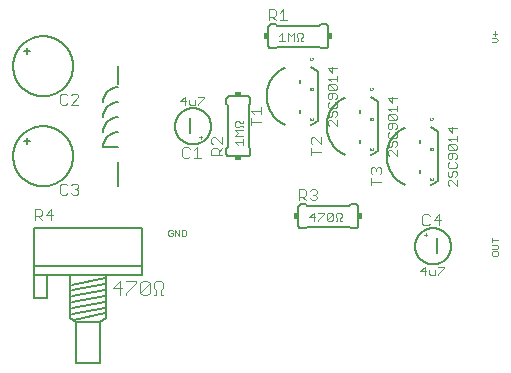
<source format=gto>
G75*
%MOIN*%
%OFA0B0*%
%FSLAX25Y25*%
%IPPOS*%
%LPD*%
%AMOC8*
5,1,8,0,0,1.08239X$1,22.5*
%
%ADD10C,0.00300*%
%ADD11C,0.00500*%
%ADD12R,0.00900X0.05400*%
%ADD13C,0.00600*%
%ADD14C,0.00200*%
%ADD15R,0.01500X0.02000*%
%ADD16C,0.00400*%
%ADD17R,0.02000X0.01500*%
%ADD18C,0.00800*%
%ADD19C,0.00100*%
D10*
X0031850Y0048987D02*
X0031850Y0052690D01*
X0033701Y0052690D01*
X0034318Y0052073D01*
X0034318Y0050839D01*
X0033701Y0050221D01*
X0031850Y0050221D01*
X0033084Y0050221D02*
X0034318Y0048987D01*
X0035533Y0050839D02*
X0038002Y0050839D01*
X0037384Y0052690D02*
X0037384Y0048987D01*
X0035533Y0050839D02*
X0037384Y0052690D01*
X0040967Y0057487D02*
X0042201Y0057487D01*
X0042818Y0058104D01*
X0044033Y0058104D02*
X0044650Y0057487D01*
X0045884Y0057487D01*
X0046502Y0058104D01*
X0046502Y0058721D01*
X0045884Y0059339D01*
X0045267Y0059339D01*
X0045884Y0059339D02*
X0046502Y0059956D01*
X0046502Y0060573D01*
X0045884Y0061190D01*
X0044650Y0061190D01*
X0044033Y0060573D01*
X0042818Y0060573D02*
X0042201Y0061190D01*
X0040967Y0061190D01*
X0040350Y0060573D01*
X0040350Y0058104D01*
X0040967Y0057487D01*
X0081166Y0070354D02*
X0081784Y0069737D01*
X0083018Y0069737D01*
X0083635Y0070354D01*
X0084850Y0069737D02*
X0087318Y0069737D01*
X0086084Y0069737D02*
X0086084Y0073440D01*
X0084850Y0072206D01*
X0083635Y0072823D02*
X0083018Y0073440D01*
X0081784Y0073440D01*
X0081166Y0072823D01*
X0081166Y0070354D01*
X0087200Y0076087D02*
X0087200Y0076587D01*
X0086700Y0076587D01*
X0087200Y0076587D02*
X0087200Y0077087D01*
X0087200Y0076587D02*
X0087700Y0076587D01*
X0098547Y0077034D02*
X0099515Y0078001D01*
X0098547Y0078969D01*
X0101450Y0078969D01*
X0098547Y0078969D01*
X0099515Y0078001D01*
X0098547Y0077034D01*
X0101450Y0077034D01*
X0098547Y0077034D01*
X0101450Y0076022D02*
X0101450Y0074087D01*
X0101450Y0076022D01*
X0101450Y0075054D02*
X0098547Y0075054D01*
X0099515Y0074087D01*
X0098547Y0075054D01*
X0101450Y0075054D01*
X0101450Y0079980D02*
X0101450Y0080464D01*
X0100482Y0080464D01*
X0099998Y0079980D01*
X0099031Y0079980D01*
X0098547Y0080464D01*
X0098547Y0081431D01*
X0099031Y0081915D01*
X0099998Y0081915D01*
X0100482Y0081431D01*
X0101450Y0081431D01*
X0101450Y0081915D01*
X0101450Y0081431D01*
X0100482Y0081431D01*
X0099998Y0081915D01*
X0099031Y0081915D01*
X0098547Y0081431D01*
X0098547Y0080464D01*
X0099031Y0079980D01*
X0099998Y0079980D01*
X0100482Y0080464D01*
X0101450Y0080464D01*
X0101450Y0079980D01*
X0088258Y0089656D02*
X0086323Y0087721D01*
X0086323Y0087237D01*
X0085311Y0087237D02*
X0085311Y0089172D01*
X0086323Y0090139D02*
X0088258Y0090139D01*
X0088258Y0089656D01*
X0085311Y0087237D02*
X0083860Y0087237D01*
X0083376Y0087721D01*
X0083376Y0089172D01*
X0082365Y0088688D02*
X0080430Y0088688D01*
X0081881Y0090139D01*
X0081881Y0087237D01*
X0046502Y0087487D02*
X0044033Y0087487D01*
X0046502Y0089956D01*
X0046502Y0090573D01*
X0045884Y0091190D01*
X0044650Y0091190D01*
X0044033Y0090573D01*
X0042818Y0090573D02*
X0042201Y0091190D01*
X0040967Y0091190D01*
X0040350Y0090573D01*
X0040350Y0088104D01*
X0040967Y0087487D01*
X0042201Y0087487D01*
X0042818Y0088104D01*
X0113450Y0108587D02*
X0115385Y0108587D01*
X0113450Y0108587D01*
X0114417Y0108587D02*
X0114417Y0111489D01*
X0113450Y0110522D01*
X0114417Y0111489D01*
X0114417Y0108587D01*
X0116396Y0108587D02*
X0116396Y0111489D01*
X0117364Y0110522D01*
X0118331Y0111489D01*
X0118331Y0108587D01*
X0118331Y0111489D01*
X0117364Y0110522D01*
X0116396Y0111489D01*
X0116396Y0108587D01*
X0119343Y0108587D02*
X0119826Y0108587D01*
X0119826Y0109554D01*
X0119343Y0110038D01*
X0119343Y0111006D01*
X0119826Y0111489D01*
X0120794Y0111489D01*
X0121278Y0111006D01*
X0121278Y0110038D01*
X0120794Y0109554D01*
X0120794Y0108587D01*
X0121278Y0108587D01*
X0120794Y0108587D01*
X0120794Y0109554D01*
X0121278Y0110038D01*
X0121278Y0111006D01*
X0120794Y0111489D01*
X0119826Y0111489D01*
X0119343Y0111006D01*
X0119343Y0110038D01*
X0119826Y0109554D01*
X0119826Y0108587D01*
X0119343Y0108587D01*
X0131098Y0100101D02*
X0131098Y0098166D01*
X0129647Y0099617D01*
X0132550Y0099617D01*
X0132550Y0097155D02*
X0132550Y0095220D01*
X0132550Y0096187D02*
X0129647Y0096187D01*
X0130615Y0095220D01*
X0130131Y0094208D02*
X0132066Y0092273D01*
X0132550Y0092757D01*
X0132550Y0093724D01*
X0132066Y0094208D01*
X0130131Y0094208D01*
X0129647Y0093724D01*
X0129647Y0092757D01*
X0130131Y0092273D01*
X0132066Y0092273D01*
X0132066Y0091262D02*
X0130131Y0091262D01*
X0129647Y0090778D01*
X0129647Y0089810D01*
X0130131Y0089327D01*
X0130615Y0089327D01*
X0131098Y0089810D01*
X0131098Y0091262D01*
X0132066Y0091262D02*
X0132550Y0090778D01*
X0132550Y0089810D01*
X0132066Y0089327D01*
X0132066Y0088315D02*
X0132550Y0087831D01*
X0132550Y0086864D01*
X0132066Y0086380D01*
X0130131Y0086380D01*
X0129647Y0086864D01*
X0129647Y0087831D01*
X0130131Y0088315D01*
X0130131Y0085369D02*
X0129647Y0084885D01*
X0129647Y0083917D01*
X0130131Y0083434D01*
X0130615Y0083434D01*
X0131098Y0083917D01*
X0131098Y0084885D01*
X0131582Y0085369D01*
X0132066Y0085369D01*
X0132550Y0084885D01*
X0132550Y0083917D01*
X0132066Y0083434D01*
X0132550Y0082422D02*
X0132550Y0080487D01*
X0130615Y0082422D01*
X0130131Y0082422D01*
X0129647Y0081938D01*
X0129647Y0080971D01*
X0130131Y0080487D01*
X0149647Y0080778D02*
X0149647Y0079810D01*
X0150131Y0079327D01*
X0150615Y0079327D01*
X0151098Y0079810D01*
X0151098Y0081262D01*
X0150131Y0081262D02*
X0149647Y0080778D01*
X0150131Y0081262D02*
X0152066Y0081262D01*
X0152550Y0080778D01*
X0152550Y0079810D01*
X0152066Y0079327D01*
X0152066Y0078315D02*
X0152550Y0077831D01*
X0152550Y0076864D01*
X0152066Y0076380D01*
X0150131Y0076380D01*
X0149647Y0076864D01*
X0149647Y0077831D01*
X0150131Y0078315D01*
X0150131Y0075369D02*
X0149647Y0074885D01*
X0149647Y0073917D01*
X0150131Y0073434D01*
X0150615Y0073434D01*
X0151098Y0073917D01*
X0151098Y0074885D01*
X0151582Y0075369D01*
X0152066Y0075369D01*
X0152550Y0074885D01*
X0152550Y0073917D01*
X0152066Y0073434D01*
X0152550Y0072422D02*
X0152550Y0070487D01*
X0150615Y0072422D01*
X0150131Y0072422D01*
X0149647Y0071938D01*
X0149647Y0070971D01*
X0150131Y0070487D01*
X0150131Y0082273D02*
X0149647Y0082757D01*
X0149647Y0083724D01*
X0150131Y0084208D01*
X0152066Y0082273D01*
X0152550Y0082757D01*
X0152550Y0083724D01*
X0152066Y0084208D01*
X0150131Y0084208D01*
X0150615Y0085220D02*
X0149647Y0086187D01*
X0152550Y0086187D01*
X0152550Y0085220D02*
X0152550Y0087155D01*
X0151098Y0088166D02*
X0151098Y0090101D01*
X0149647Y0089617D02*
X0151098Y0088166D01*
X0152550Y0089617D02*
X0149647Y0089617D01*
X0150131Y0082273D02*
X0152066Y0082273D01*
X0169647Y0079617D02*
X0171098Y0078166D01*
X0171098Y0080101D01*
X0169647Y0079617D02*
X0172550Y0079617D01*
X0172550Y0077155D02*
X0172550Y0075220D01*
X0172550Y0076187D02*
X0169647Y0076187D01*
X0170615Y0075220D01*
X0170131Y0074208D02*
X0172066Y0072273D01*
X0172550Y0072757D01*
X0172550Y0073724D01*
X0172066Y0074208D01*
X0170131Y0074208D01*
X0169647Y0073724D01*
X0169647Y0072757D01*
X0170131Y0072273D01*
X0172066Y0072273D01*
X0172066Y0071262D02*
X0170131Y0071262D01*
X0169647Y0070778D01*
X0169647Y0069810D01*
X0170131Y0069327D01*
X0170615Y0069327D01*
X0171098Y0069810D01*
X0171098Y0071262D01*
X0172066Y0071262D02*
X0172550Y0070778D01*
X0172550Y0069810D01*
X0172066Y0069327D01*
X0172066Y0068315D02*
X0172550Y0067831D01*
X0172550Y0066864D01*
X0172066Y0066380D01*
X0170131Y0066380D01*
X0169647Y0066864D01*
X0169647Y0067831D01*
X0170131Y0068315D01*
X0170131Y0065369D02*
X0169647Y0064885D01*
X0169647Y0063917D01*
X0170131Y0063434D01*
X0170615Y0063434D01*
X0171098Y0063917D01*
X0171098Y0064885D01*
X0171582Y0065369D01*
X0172066Y0065369D01*
X0172550Y0064885D01*
X0172550Y0063917D01*
X0172066Y0063434D01*
X0172550Y0062422D02*
X0172550Y0060487D01*
X0170615Y0062422D01*
X0170131Y0062422D01*
X0169647Y0061938D01*
X0169647Y0060971D01*
X0170131Y0060487D01*
X0166701Y0050940D02*
X0164850Y0049089D01*
X0167318Y0049089D01*
X0166701Y0050940D02*
X0166701Y0047237D01*
X0163635Y0047854D02*
X0163018Y0047237D01*
X0161784Y0047237D01*
X0161166Y0047854D01*
X0161166Y0050323D01*
X0161784Y0050940D01*
X0163018Y0050940D01*
X0163635Y0050323D01*
X0162200Y0044587D02*
X0162200Y0044087D01*
X0162700Y0044087D01*
X0162200Y0044087D02*
X0162200Y0043587D01*
X0162200Y0044087D02*
X0161700Y0044087D01*
X0161881Y0033439D02*
X0160430Y0031988D01*
X0162365Y0031988D01*
X0163376Y0032472D02*
X0163376Y0031021D01*
X0163860Y0030537D01*
X0165311Y0030537D01*
X0165311Y0032472D01*
X0166323Y0033439D02*
X0168258Y0033439D01*
X0168258Y0032956D01*
X0166323Y0031021D01*
X0166323Y0030537D01*
X0161881Y0030537D02*
X0161881Y0033439D01*
X0134224Y0048587D02*
X0133740Y0048587D01*
X0133740Y0049554D01*
X0134224Y0050038D01*
X0134224Y0051006D01*
X0133740Y0051489D01*
X0132773Y0051489D01*
X0132289Y0051006D01*
X0132289Y0050038D01*
X0132773Y0049554D01*
X0132773Y0048587D01*
X0132289Y0048587D01*
X0132773Y0048587D01*
X0132773Y0049554D01*
X0132289Y0050038D01*
X0132289Y0051006D01*
X0132773Y0051489D01*
X0133740Y0051489D01*
X0134224Y0051006D01*
X0134224Y0050038D01*
X0133740Y0049554D01*
X0133740Y0048587D01*
X0134224Y0048587D01*
X0131278Y0049071D02*
X0131278Y0051006D01*
X0129343Y0049071D01*
X0129826Y0048587D01*
X0130794Y0048587D01*
X0131278Y0049071D01*
X0130794Y0048587D01*
X0129826Y0048587D01*
X0129343Y0049071D01*
X0129343Y0051006D01*
X0129826Y0051489D01*
X0130794Y0051489D01*
X0131278Y0051006D01*
X0129343Y0049071D01*
X0129343Y0051006D01*
X0129826Y0051489D01*
X0130794Y0051489D01*
X0131278Y0051006D01*
X0131278Y0049071D01*
X0128331Y0051006D02*
X0128331Y0051489D01*
X0126396Y0051489D01*
X0128331Y0051489D01*
X0128331Y0051006D01*
X0126396Y0049071D01*
X0126396Y0048587D01*
X0126396Y0049071D01*
X0128331Y0051006D01*
X0125385Y0050038D02*
X0123450Y0050038D01*
X0124901Y0051489D01*
X0124901Y0048587D01*
X0124901Y0051489D01*
X0123450Y0050038D01*
X0125385Y0050038D01*
D11*
X0160200Y0064809D02*
X0160200Y0065865D01*
X0166200Y0062089D02*
X0166200Y0078585D01*
X0160200Y0075865D02*
X0160200Y0074809D01*
X0164077Y0079883D02*
X0164302Y0079776D01*
X0164525Y0079664D01*
X0164745Y0079547D01*
X0164962Y0079425D01*
X0165177Y0079297D01*
X0165388Y0079164D01*
X0165596Y0079027D01*
X0165800Y0078884D01*
X0166002Y0078737D01*
X0166199Y0078585D01*
X0155228Y0079837D02*
X0154998Y0079725D01*
X0154771Y0079608D01*
X0154547Y0079486D01*
X0154326Y0079358D01*
X0154109Y0079224D01*
X0153894Y0079086D01*
X0153683Y0078942D01*
X0153476Y0078793D01*
X0153272Y0078639D01*
X0153072Y0078481D01*
X0152876Y0078317D01*
X0152684Y0078149D01*
X0152496Y0077976D01*
X0152312Y0077798D01*
X0152133Y0077617D01*
X0151958Y0077430D01*
X0151788Y0077240D01*
X0151623Y0077046D01*
X0151462Y0076847D01*
X0151306Y0076645D01*
X0151155Y0076439D01*
X0151009Y0076229D01*
X0150869Y0076016D01*
X0150733Y0075800D01*
X0150603Y0075580D01*
X0150478Y0075357D01*
X0150359Y0075132D01*
X0150245Y0074903D01*
X0150137Y0074672D01*
X0150034Y0074438D01*
X0149937Y0074202D01*
X0149846Y0073963D01*
X0149761Y0073723D01*
X0149681Y0073480D01*
X0149608Y0073235D01*
X0149540Y0072989D01*
X0149479Y0072741D01*
X0149424Y0072492D01*
X0149374Y0072242D01*
X0149331Y0071990D01*
X0149294Y0071737D01*
X0149263Y0071484D01*
X0149238Y0071230D01*
X0149219Y0070975D01*
X0149207Y0070720D01*
X0149201Y0070465D01*
X0149201Y0070209D01*
X0149207Y0069954D01*
X0149219Y0069699D01*
X0149238Y0069444D01*
X0149263Y0069190D01*
X0149294Y0068937D01*
X0149331Y0068684D01*
X0149374Y0068432D01*
X0149424Y0068182D01*
X0149479Y0067933D01*
X0149540Y0067685D01*
X0149608Y0067439D01*
X0149681Y0067194D01*
X0149761Y0066951D01*
X0149846Y0066711D01*
X0149937Y0066472D01*
X0150034Y0066236D01*
X0150137Y0066002D01*
X0150245Y0065771D01*
X0150359Y0065542D01*
X0150478Y0065317D01*
X0150603Y0065094D01*
X0150733Y0064874D01*
X0150869Y0064658D01*
X0151009Y0064445D01*
X0151155Y0064235D01*
X0151306Y0064029D01*
X0151462Y0063827D01*
X0151623Y0063628D01*
X0151788Y0063434D01*
X0151958Y0063244D01*
X0152133Y0063057D01*
X0152312Y0062876D01*
X0152496Y0062698D01*
X0152684Y0062525D01*
X0152876Y0062357D01*
X0153072Y0062193D01*
X0153272Y0062035D01*
X0153476Y0061881D01*
X0153683Y0061732D01*
X0153894Y0061588D01*
X0154109Y0061450D01*
X0154326Y0061316D01*
X0154547Y0061188D01*
X0154771Y0061066D01*
X0154998Y0060949D01*
X0155228Y0060837D01*
X0164171Y0060835D02*
X0164386Y0060939D01*
X0164599Y0061048D01*
X0164809Y0061162D01*
X0165016Y0061281D01*
X0165221Y0061404D01*
X0165423Y0061532D01*
X0165622Y0061665D01*
X0165817Y0061802D01*
X0166010Y0061943D01*
X0166199Y0062089D01*
X0146200Y0072089D02*
X0146200Y0088585D01*
X0140200Y0085865D02*
X0140200Y0084809D01*
X0144077Y0089883D02*
X0144302Y0089776D01*
X0144525Y0089664D01*
X0144745Y0089547D01*
X0144962Y0089425D01*
X0145177Y0089297D01*
X0145388Y0089164D01*
X0145596Y0089027D01*
X0145800Y0088884D01*
X0146002Y0088737D01*
X0146199Y0088585D01*
X0135228Y0089837D02*
X0134998Y0089725D01*
X0134771Y0089608D01*
X0134547Y0089486D01*
X0134326Y0089358D01*
X0134109Y0089224D01*
X0133894Y0089086D01*
X0133683Y0088942D01*
X0133476Y0088793D01*
X0133272Y0088639D01*
X0133072Y0088481D01*
X0132876Y0088317D01*
X0132684Y0088149D01*
X0132496Y0087976D01*
X0132312Y0087798D01*
X0132133Y0087617D01*
X0131958Y0087430D01*
X0131788Y0087240D01*
X0131623Y0087046D01*
X0131462Y0086847D01*
X0131306Y0086645D01*
X0131155Y0086439D01*
X0131009Y0086229D01*
X0130869Y0086016D01*
X0130733Y0085800D01*
X0130603Y0085580D01*
X0130478Y0085357D01*
X0130359Y0085132D01*
X0130245Y0084903D01*
X0130137Y0084672D01*
X0130034Y0084438D01*
X0129937Y0084202D01*
X0129846Y0083963D01*
X0129761Y0083723D01*
X0129681Y0083480D01*
X0129608Y0083235D01*
X0129540Y0082989D01*
X0129479Y0082741D01*
X0129424Y0082492D01*
X0129374Y0082242D01*
X0129331Y0081990D01*
X0129294Y0081737D01*
X0129263Y0081484D01*
X0129238Y0081230D01*
X0129219Y0080975D01*
X0129207Y0080720D01*
X0129201Y0080465D01*
X0129201Y0080209D01*
X0129207Y0079954D01*
X0129219Y0079699D01*
X0129238Y0079444D01*
X0129263Y0079190D01*
X0129294Y0078937D01*
X0129331Y0078684D01*
X0129374Y0078432D01*
X0129424Y0078182D01*
X0129479Y0077933D01*
X0129540Y0077685D01*
X0129608Y0077439D01*
X0129681Y0077194D01*
X0129761Y0076951D01*
X0129846Y0076711D01*
X0129937Y0076472D01*
X0130034Y0076236D01*
X0130137Y0076002D01*
X0130245Y0075771D01*
X0130359Y0075542D01*
X0130478Y0075317D01*
X0130603Y0075094D01*
X0130733Y0074874D01*
X0130869Y0074658D01*
X0131009Y0074445D01*
X0131155Y0074235D01*
X0131306Y0074029D01*
X0131462Y0073827D01*
X0131623Y0073628D01*
X0131788Y0073434D01*
X0131958Y0073244D01*
X0132133Y0073057D01*
X0132312Y0072876D01*
X0132496Y0072698D01*
X0132684Y0072525D01*
X0132876Y0072357D01*
X0133072Y0072193D01*
X0133272Y0072035D01*
X0133476Y0071881D01*
X0133683Y0071732D01*
X0133894Y0071588D01*
X0134109Y0071450D01*
X0134326Y0071316D01*
X0134547Y0071188D01*
X0134771Y0071066D01*
X0134998Y0070949D01*
X0135228Y0070837D01*
X0140200Y0074809D02*
X0140200Y0075865D01*
X0144171Y0070835D02*
X0144386Y0070939D01*
X0144599Y0071048D01*
X0144809Y0071162D01*
X0145016Y0071281D01*
X0145221Y0071404D01*
X0145423Y0071532D01*
X0145622Y0071665D01*
X0145817Y0071802D01*
X0146010Y0071943D01*
X0146199Y0072089D01*
X0126200Y0082089D02*
X0126200Y0098585D01*
X0120200Y0095865D02*
X0120200Y0094809D01*
X0124077Y0099883D02*
X0124302Y0099776D01*
X0124525Y0099664D01*
X0124745Y0099547D01*
X0124962Y0099425D01*
X0125177Y0099297D01*
X0125388Y0099164D01*
X0125596Y0099027D01*
X0125800Y0098884D01*
X0126002Y0098737D01*
X0126199Y0098585D01*
X0115228Y0099837D02*
X0114998Y0099725D01*
X0114771Y0099608D01*
X0114547Y0099486D01*
X0114326Y0099358D01*
X0114109Y0099224D01*
X0113894Y0099086D01*
X0113683Y0098942D01*
X0113476Y0098793D01*
X0113272Y0098639D01*
X0113072Y0098481D01*
X0112876Y0098317D01*
X0112684Y0098149D01*
X0112496Y0097976D01*
X0112312Y0097798D01*
X0112133Y0097617D01*
X0111958Y0097430D01*
X0111788Y0097240D01*
X0111623Y0097046D01*
X0111462Y0096847D01*
X0111306Y0096645D01*
X0111155Y0096439D01*
X0111009Y0096229D01*
X0110869Y0096016D01*
X0110733Y0095800D01*
X0110603Y0095580D01*
X0110478Y0095357D01*
X0110359Y0095132D01*
X0110245Y0094903D01*
X0110137Y0094672D01*
X0110034Y0094438D01*
X0109937Y0094202D01*
X0109846Y0093963D01*
X0109761Y0093723D01*
X0109681Y0093480D01*
X0109608Y0093235D01*
X0109540Y0092989D01*
X0109479Y0092741D01*
X0109424Y0092492D01*
X0109374Y0092242D01*
X0109331Y0091990D01*
X0109294Y0091737D01*
X0109263Y0091484D01*
X0109238Y0091230D01*
X0109219Y0090975D01*
X0109207Y0090720D01*
X0109201Y0090465D01*
X0109201Y0090209D01*
X0109207Y0089954D01*
X0109219Y0089699D01*
X0109238Y0089444D01*
X0109263Y0089190D01*
X0109294Y0088937D01*
X0109331Y0088684D01*
X0109374Y0088432D01*
X0109424Y0088182D01*
X0109479Y0087933D01*
X0109540Y0087685D01*
X0109608Y0087439D01*
X0109681Y0087194D01*
X0109761Y0086951D01*
X0109846Y0086711D01*
X0109937Y0086472D01*
X0110034Y0086236D01*
X0110137Y0086002D01*
X0110245Y0085771D01*
X0110359Y0085542D01*
X0110478Y0085317D01*
X0110603Y0085094D01*
X0110733Y0084874D01*
X0110869Y0084658D01*
X0111009Y0084445D01*
X0111155Y0084235D01*
X0111306Y0084029D01*
X0111462Y0083827D01*
X0111623Y0083628D01*
X0111788Y0083434D01*
X0111958Y0083244D01*
X0112133Y0083057D01*
X0112312Y0082876D01*
X0112496Y0082698D01*
X0112684Y0082525D01*
X0112876Y0082357D01*
X0113072Y0082193D01*
X0113272Y0082035D01*
X0113476Y0081881D01*
X0113683Y0081732D01*
X0113894Y0081588D01*
X0114109Y0081450D01*
X0114326Y0081316D01*
X0114547Y0081188D01*
X0114771Y0081066D01*
X0114998Y0080949D01*
X0115228Y0080837D01*
X0120200Y0084809D02*
X0120200Y0085865D01*
X0124171Y0080835D02*
X0124386Y0080939D01*
X0124599Y0081048D01*
X0124809Y0081162D01*
X0125016Y0081281D01*
X0125221Y0081404D01*
X0125423Y0081532D01*
X0125622Y0081665D01*
X0125817Y0081802D01*
X0126010Y0081943D01*
X0126199Y0082089D01*
X0078700Y0080337D02*
X0078702Y0080491D01*
X0078708Y0080646D01*
X0078718Y0080800D01*
X0078732Y0080954D01*
X0078750Y0081107D01*
X0078771Y0081260D01*
X0078797Y0081413D01*
X0078827Y0081564D01*
X0078860Y0081715D01*
X0078898Y0081865D01*
X0078939Y0082014D01*
X0078984Y0082162D01*
X0079033Y0082308D01*
X0079086Y0082454D01*
X0079142Y0082597D01*
X0079202Y0082740D01*
X0079266Y0082880D01*
X0079333Y0083020D01*
X0079404Y0083157D01*
X0079478Y0083292D01*
X0079556Y0083426D01*
X0079637Y0083557D01*
X0079722Y0083686D01*
X0079810Y0083814D01*
X0079901Y0083938D01*
X0079995Y0084061D01*
X0080093Y0084181D01*
X0080193Y0084298D01*
X0080297Y0084413D01*
X0080403Y0084525D01*
X0080512Y0084634D01*
X0080624Y0084740D01*
X0080739Y0084844D01*
X0080856Y0084944D01*
X0080976Y0085042D01*
X0081099Y0085136D01*
X0081223Y0085227D01*
X0081351Y0085315D01*
X0081480Y0085400D01*
X0081611Y0085481D01*
X0081745Y0085559D01*
X0081880Y0085633D01*
X0082017Y0085704D01*
X0082157Y0085771D01*
X0082297Y0085835D01*
X0082440Y0085895D01*
X0082583Y0085951D01*
X0082729Y0086004D01*
X0082875Y0086053D01*
X0083023Y0086098D01*
X0083172Y0086139D01*
X0083322Y0086177D01*
X0083473Y0086210D01*
X0083624Y0086240D01*
X0083777Y0086266D01*
X0083930Y0086287D01*
X0084083Y0086305D01*
X0084237Y0086319D01*
X0084391Y0086329D01*
X0084546Y0086335D01*
X0084700Y0086337D01*
X0084854Y0086335D01*
X0085009Y0086329D01*
X0085163Y0086319D01*
X0085317Y0086305D01*
X0085470Y0086287D01*
X0085623Y0086266D01*
X0085776Y0086240D01*
X0085927Y0086210D01*
X0086078Y0086177D01*
X0086228Y0086139D01*
X0086377Y0086098D01*
X0086525Y0086053D01*
X0086671Y0086004D01*
X0086817Y0085951D01*
X0086960Y0085895D01*
X0087103Y0085835D01*
X0087243Y0085771D01*
X0087383Y0085704D01*
X0087520Y0085633D01*
X0087655Y0085559D01*
X0087789Y0085481D01*
X0087920Y0085400D01*
X0088049Y0085315D01*
X0088177Y0085227D01*
X0088301Y0085136D01*
X0088424Y0085042D01*
X0088544Y0084944D01*
X0088661Y0084844D01*
X0088776Y0084740D01*
X0088888Y0084634D01*
X0088997Y0084525D01*
X0089103Y0084413D01*
X0089207Y0084298D01*
X0089307Y0084181D01*
X0089405Y0084061D01*
X0089499Y0083938D01*
X0089590Y0083814D01*
X0089678Y0083686D01*
X0089763Y0083557D01*
X0089844Y0083426D01*
X0089922Y0083292D01*
X0089996Y0083157D01*
X0090067Y0083020D01*
X0090134Y0082880D01*
X0090198Y0082740D01*
X0090258Y0082597D01*
X0090314Y0082454D01*
X0090367Y0082308D01*
X0090416Y0082162D01*
X0090461Y0082014D01*
X0090502Y0081865D01*
X0090540Y0081715D01*
X0090573Y0081564D01*
X0090603Y0081413D01*
X0090629Y0081260D01*
X0090650Y0081107D01*
X0090668Y0080954D01*
X0090682Y0080800D01*
X0090692Y0080646D01*
X0090698Y0080491D01*
X0090700Y0080337D01*
X0090698Y0080183D01*
X0090692Y0080028D01*
X0090682Y0079874D01*
X0090668Y0079720D01*
X0090650Y0079567D01*
X0090629Y0079414D01*
X0090603Y0079261D01*
X0090573Y0079110D01*
X0090540Y0078959D01*
X0090502Y0078809D01*
X0090461Y0078660D01*
X0090416Y0078512D01*
X0090367Y0078366D01*
X0090314Y0078220D01*
X0090258Y0078077D01*
X0090198Y0077934D01*
X0090134Y0077794D01*
X0090067Y0077654D01*
X0089996Y0077517D01*
X0089922Y0077382D01*
X0089844Y0077248D01*
X0089763Y0077117D01*
X0089678Y0076988D01*
X0089590Y0076860D01*
X0089499Y0076736D01*
X0089405Y0076613D01*
X0089307Y0076493D01*
X0089207Y0076376D01*
X0089103Y0076261D01*
X0088997Y0076149D01*
X0088888Y0076040D01*
X0088776Y0075934D01*
X0088661Y0075830D01*
X0088544Y0075730D01*
X0088424Y0075632D01*
X0088301Y0075538D01*
X0088177Y0075447D01*
X0088049Y0075359D01*
X0087920Y0075274D01*
X0087789Y0075193D01*
X0087655Y0075115D01*
X0087520Y0075041D01*
X0087383Y0074970D01*
X0087243Y0074903D01*
X0087103Y0074839D01*
X0086960Y0074779D01*
X0086817Y0074723D01*
X0086671Y0074670D01*
X0086525Y0074621D01*
X0086377Y0074576D01*
X0086228Y0074535D01*
X0086078Y0074497D01*
X0085927Y0074464D01*
X0085776Y0074434D01*
X0085623Y0074408D01*
X0085470Y0074387D01*
X0085317Y0074369D01*
X0085163Y0074355D01*
X0085009Y0074345D01*
X0084854Y0074339D01*
X0084700Y0074337D01*
X0084546Y0074339D01*
X0084391Y0074345D01*
X0084237Y0074355D01*
X0084083Y0074369D01*
X0083930Y0074387D01*
X0083777Y0074408D01*
X0083624Y0074434D01*
X0083473Y0074464D01*
X0083322Y0074497D01*
X0083172Y0074535D01*
X0083023Y0074576D01*
X0082875Y0074621D01*
X0082729Y0074670D01*
X0082583Y0074723D01*
X0082440Y0074779D01*
X0082297Y0074839D01*
X0082157Y0074903D01*
X0082017Y0074970D01*
X0081880Y0075041D01*
X0081745Y0075115D01*
X0081611Y0075193D01*
X0081480Y0075274D01*
X0081351Y0075359D01*
X0081223Y0075447D01*
X0081099Y0075538D01*
X0080976Y0075632D01*
X0080856Y0075730D01*
X0080739Y0075830D01*
X0080624Y0075934D01*
X0080512Y0076040D01*
X0080403Y0076149D01*
X0080297Y0076261D01*
X0080193Y0076376D01*
X0080093Y0076493D01*
X0079995Y0076613D01*
X0079901Y0076736D01*
X0079810Y0076860D01*
X0079722Y0076988D01*
X0079637Y0077117D01*
X0079556Y0077248D01*
X0079478Y0077382D01*
X0079404Y0077517D01*
X0079333Y0077654D01*
X0079266Y0077794D01*
X0079202Y0077934D01*
X0079142Y0078077D01*
X0079086Y0078220D01*
X0079033Y0078366D01*
X0078984Y0078512D01*
X0078939Y0078660D01*
X0078898Y0078809D01*
X0078860Y0078959D01*
X0078827Y0079110D01*
X0078797Y0079261D01*
X0078771Y0079414D01*
X0078750Y0079567D01*
X0078732Y0079720D01*
X0078718Y0079874D01*
X0078708Y0080028D01*
X0078702Y0080183D01*
X0078700Y0080337D01*
X0059700Y0083337D02*
X0059560Y0083335D01*
X0059420Y0083329D01*
X0059280Y0083319D01*
X0059140Y0083306D01*
X0059001Y0083288D01*
X0058862Y0083266D01*
X0058725Y0083241D01*
X0058587Y0083212D01*
X0058451Y0083179D01*
X0058316Y0083142D01*
X0058182Y0083101D01*
X0058049Y0083056D01*
X0057917Y0083008D01*
X0057787Y0082956D01*
X0057658Y0082901D01*
X0057531Y0082842D01*
X0057405Y0082779D01*
X0057281Y0082713D01*
X0057160Y0082644D01*
X0057040Y0082571D01*
X0056922Y0082494D01*
X0056807Y0082415D01*
X0056693Y0082332D01*
X0056583Y0082246D01*
X0056474Y0082157D01*
X0056368Y0082065D01*
X0056265Y0081970D01*
X0056164Y0081873D01*
X0056067Y0081772D01*
X0055972Y0081669D01*
X0055880Y0081563D01*
X0055791Y0081454D01*
X0055705Y0081344D01*
X0055622Y0081230D01*
X0055543Y0081115D01*
X0055466Y0080997D01*
X0055393Y0080877D01*
X0055324Y0080756D01*
X0055258Y0080632D01*
X0055195Y0080506D01*
X0055136Y0080379D01*
X0055081Y0080250D01*
X0055029Y0080120D01*
X0054981Y0079988D01*
X0054936Y0079855D01*
X0054895Y0079721D01*
X0054858Y0079586D01*
X0054825Y0079450D01*
X0054796Y0079312D01*
X0054771Y0079175D01*
X0054749Y0079036D01*
X0054731Y0078897D01*
X0054718Y0078757D01*
X0054708Y0078617D01*
X0054702Y0078477D01*
X0054700Y0078337D01*
X0054700Y0083337D02*
X0054702Y0083477D01*
X0054708Y0083617D01*
X0054718Y0083757D01*
X0054731Y0083897D01*
X0054749Y0084036D01*
X0054771Y0084175D01*
X0054796Y0084312D01*
X0054825Y0084450D01*
X0054858Y0084586D01*
X0054895Y0084721D01*
X0054936Y0084855D01*
X0054981Y0084988D01*
X0055029Y0085120D01*
X0055081Y0085250D01*
X0055136Y0085379D01*
X0055195Y0085506D01*
X0055258Y0085632D01*
X0055324Y0085756D01*
X0055393Y0085877D01*
X0055466Y0085997D01*
X0055543Y0086115D01*
X0055622Y0086230D01*
X0055705Y0086344D01*
X0055791Y0086454D01*
X0055880Y0086563D01*
X0055972Y0086669D01*
X0056067Y0086772D01*
X0056164Y0086873D01*
X0056265Y0086970D01*
X0056368Y0087065D01*
X0056474Y0087157D01*
X0056583Y0087246D01*
X0056693Y0087332D01*
X0056807Y0087415D01*
X0056922Y0087494D01*
X0057040Y0087571D01*
X0057160Y0087644D01*
X0057281Y0087713D01*
X0057405Y0087779D01*
X0057531Y0087842D01*
X0057658Y0087901D01*
X0057787Y0087956D01*
X0057917Y0088008D01*
X0058049Y0088056D01*
X0058182Y0088101D01*
X0058316Y0088142D01*
X0058451Y0088179D01*
X0058587Y0088212D01*
X0058725Y0088241D01*
X0058862Y0088266D01*
X0059001Y0088288D01*
X0059140Y0088306D01*
X0059280Y0088319D01*
X0059420Y0088329D01*
X0059560Y0088335D01*
X0059700Y0088337D01*
X0059700Y0093337D02*
X0059560Y0093335D01*
X0059420Y0093329D01*
X0059280Y0093319D01*
X0059140Y0093306D01*
X0059001Y0093288D01*
X0058862Y0093266D01*
X0058725Y0093241D01*
X0058587Y0093212D01*
X0058451Y0093179D01*
X0058316Y0093142D01*
X0058182Y0093101D01*
X0058049Y0093056D01*
X0057917Y0093008D01*
X0057787Y0092956D01*
X0057658Y0092901D01*
X0057531Y0092842D01*
X0057405Y0092779D01*
X0057281Y0092713D01*
X0057160Y0092644D01*
X0057040Y0092571D01*
X0056922Y0092494D01*
X0056807Y0092415D01*
X0056693Y0092332D01*
X0056583Y0092246D01*
X0056474Y0092157D01*
X0056368Y0092065D01*
X0056265Y0091970D01*
X0056164Y0091873D01*
X0056067Y0091772D01*
X0055972Y0091669D01*
X0055880Y0091563D01*
X0055791Y0091454D01*
X0055705Y0091344D01*
X0055622Y0091230D01*
X0055543Y0091115D01*
X0055466Y0090997D01*
X0055393Y0090877D01*
X0055324Y0090756D01*
X0055258Y0090632D01*
X0055195Y0090506D01*
X0055136Y0090379D01*
X0055081Y0090250D01*
X0055029Y0090120D01*
X0054981Y0089988D01*
X0054936Y0089855D01*
X0054895Y0089721D01*
X0054858Y0089586D01*
X0054825Y0089450D01*
X0054796Y0089312D01*
X0054771Y0089175D01*
X0054749Y0089036D01*
X0054731Y0088897D01*
X0054718Y0088757D01*
X0054708Y0088617D01*
X0054702Y0088477D01*
X0054700Y0088337D01*
X0059700Y0094337D02*
X0059700Y0100337D01*
X0059700Y0073337D02*
X0054700Y0073337D01*
X0054702Y0073477D01*
X0054708Y0073617D01*
X0054718Y0073757D01*
X0054731Y0073897D01*
X0054749Y0074036D01*
X0054771Y0074175D01*
X0054796Y0074312D01*
X0054825Y0074450D01*
X0054858Y0074586D01*
X0054895Y0074721D01*
X0054936Y0074855D01*
X0054981Y0074988D01*
X0055029Y0075120D01*
X0055081Y0075250D01*
X0055136Y0075379D01*
X0055195Y0075506D01*
X0055258Y0075632D01*
X0055324Y0075756D01*
X0055393Y0075877D01*
X0055466Y0075997D01*
X0055543Y0076115D01*
X0055622Y0076230D01*
X0055705Y0076344D01*
X0055791Y0076454D01*
X0055880Y0076563D01*
X0055972Y0076669D01*
X0056067Y0076772D01*
X0056164Y0076873D01*
X0056265Y0076970D01*
X0056368Y0077065D01*
X0056474Y0077157D01*
X0056583Y0077246D01*
X0056693Y0077332D01*
X0056807Y0077415D01*
X0056922Y0077494D01*
X0057040Y0077571D01*
X0057160Y0077644D01*
X0057281Y0077713D01*
X0057405Y0077779D01*
X0057531Y0077842D01*
X0057658Y0077901D01*
X0057787Y0077956D01*
X0057917Y0078008D01*
X0058049Y0078056D01*
X0058182Y0078101D01*
X0058316Y0078142D01*
X0058451Y0078179D01*
X0058587Y0078212D01*
X0058725Y0078241D01*
X0058862Y0078266D01*
X0059001Y0078288D01*
X0059140Y0078306D01*
X0059280Y0078319D01*
X0059420Y0078329D01*
X0059560Y0078335D01*
X0059700Y0078337D01*
X0059700Y0068337D02*
X0059700Y0060337D01*
X0158700Y0040337D02*
X0158702Y0040491D01*
X0158708Y0040646D01*
X0158718Y0040800D01*
X0158732Y0040954D01*
X0158750Y0041107D01*
X0158771Y0041260D01*
X0158797Y0041413D01*
X0158827Y0041564D01*
X0158860Y0041715D01*
X0158898Y0041865D01*
X0158939Y0042014D01*
X0158984Y0042162D01*
X0159033Y0042308D01*
X0159086Y0042454D01*
X0159142Y0042597D01*
X0159202Y0042740D01*
X0159266Y0042880D01*
X0159333Y0043020D01*
X0159404Y0043157D01*
X0159478Y0043292D01*
X0159556Y0043426D01*
X0159637Y0043557D01*
X0159722Y0043686D01*
X0159810Y0043814D01*
X0159901Y0043938D01*
X0159995Y0044061D01*
X0160093Y0044181D01*
X0160193Y0044298D01*
X0160297Y0044413D01*
X0160403Y0044525D01*
X0160512Y0044634D01*
X0160624Y0044740D01*
X0160739Y0044844D01*
X0160856Y0044944D01*
X0160976Y0045042D01*
X0161099Y0045136D01*
X0161223Y0045227D01*
X0161351Y0045315D01*
X0161480Y0045400D01*
X0161611Y0045481D01*
X0161745Y0045559D01*
X0161880Y0045633D01*
X0162017Y0045704D01*
X0162157Y0045771D01*
X0162297Y0045835D01*
X0162440Y0045895D01*
X0162583Y0045951D01*
X0162729Y0046004D01*
X0162875Y0046053D01*
X0163023Y0046098D01*
X0163172Y0046139D01*
X0163322Y0046177D01*
X0163473Y0046210D01*
X0163624Y0046240D01*
X0163777Y0046266D01*
X0163930Y0046287D01*
X0164083Y0046305D01*
X0164237Y0046319D01*
X0164391Y0046329D01*
X0164546Y0046335D01*
X0164700Y0046337D01*
X0164854Y0046335D01*
X0165009Y0046329D01*
X0165163Y0046319D01*
X0165317Y0046305D01*
X0165470Y0046287D01*
X0165623Y0046266D01*
X0165776Y0046240D01*
X0165927Y0046210D01*
X0166078Y0046177D01*
X0166228Y0046139D01*
X0166377Y0046098D01*
X0166525Y0046053D01*
X0166671Y0046004D01*
X0166817Y0045951D01*
X0166960Y0045895D01*
X0167103Y0045835D01*
X0167243Y0045771D01*
X0167383Y0045704D01*
X0167520Y0045633D01*
X0167655Y0045559D01*
X0167789Y0045481D01*
X0167920Y0045400D01*
X0168049Y0045315D01*
X0168177Y0045227D01*
X0168301Y0045136D01*
X0168424Y0045042D01*
X0168544Y0044944D01*
X0168661Y0044844D01*
X0168776Y0044740D01*
X0168888Y0044634D01*
X0168997Y0044525D01*
X0169103Y0044413D01*
X0169207Y0044298D01*
X0169307Y0044181D01*
X0169405Y0044061D01*
X0169499Y0043938D01*
X0169590Y0043814D01*
X0169678Y0043686D01*
X0169763Y0043557D01*
X0169844Y0043426D01*
X0169922Y0043292D01*
X0169996Y0043157D01*
X0170067Y0043020D01*
X0170134Y0042880D01*
X0170198Y0042740D01*
X0170258Y0042597D01*
X0170314Y0042454D01*
X0170367Y0042308D01*
X0170416Y0042162D01*
X0170461Y0042014D01*
X0170502Y0041865D01*
X0170540Y0041715D01*
X0170573Y0041564D01*
X0170603Y0041413D01*
X0170629Y0041260D01*
X0170650Y0041107D01*
X0170668Y0040954D01*
X0170682Y0040800D01*
X0170692Y0040646D01*
X0170698Y0040491D01*
X0170700Y0040337D01*
X0170698Y0040183D01*
X0170692Y0040028D01*
X0170682Y0039874D01*
X0170668Y0039720D01*
X0170650Y0039567D01*
X0170629Y0039414D01*
X0170603Y0039261D01*
X0170573Y0039110D01*
X0170540Y0038959D01*
X0170502Y0038809D01*
X0170461Y0038660D01*
X0170416Y0038512D01*
X0170367Y0038366D01*
X0170314Y0038220D01*
X0170258Y0038077D01*
X0170198Y0037934D01*
X0170134Y0037794D01*
X0170067Y0037654D01*
X0169996Y0037517D01*
X0169922Y0037382D01*
X0169844Y0037248D01*
X0169763Y0037117D01*
X0169678Y0036988D01*
X0169590Y0036860D01*
X0169499Y0036736D01*
X0169405Y0036613D01*
X0169307Y0036493D01*
X0169207Y0036376D01*
X0169103Y0036261D01*
X0168997Y0036149D01*
X0168888Y0036040D01*
X0168776Y0035934D01*
X0168661Y0035830D01*
X0168544Y0035730D01*
X0168424Y0035632D01*
X0168301Y0035538D01*
X0168177Y0035447D01*
X0168049Y0035359D01*
X0167920Y0035274D01*
X0167789Y0035193D01*
X0167655Y0035115D01*
X0167520Y0035041D01*
X0167383Y0034970D01*
X0167243Y0034903D01*
X0167103Y0034839D01*
X0166960Y0034779D01*
X0166817Y0034723D01*
X0166671Y0034670D01*
X0166525Y0034621D01*
X0166377Y0034576D01*
X0166228Y0034535D01*
X0166078Y0034497D01*
X0165927Y0034464D01*
X0165776Y0034434D01*
X0165623Y0034408D01*
X0165470Y0034387D01*
X0165317Y0034369D01*
X0165163Y0034355D01*
X0165009Y0034345D01*
X0164854Y0034339D01*
X0164700Y0034337D01*
X0164546Y0034339D01*
X0164391Y0034345D01*
X0164237Y0034355D01*
X0164083Y0034369D01*
X0163930Y0034387D01*
X0163777Y0034408D01*
X0163624Y0034434D01*
X0163473Y0034464D01*
X0163322Y0034497D01*
X0163172Y0034535D01*
X0163023Y0034576D01*
X0162875Y0034621D01*
X0162729Y0034670D01*
X0162583Y0034723D01*
X0162440Y0034779D01*
X0162297Y0034839D01*
X0162157Y0034903D01*
X0162017Y0034970D01*
X0161880Y0035041D01*
X0161745Y0035115D01*
X0161611Y0035193D01*
X0161480Y0035274D01*
X0161351Y0035359D01*
X0161223Y0035447D01*
X0161099Y0035538D01*
X0160976Y0035632D01*
X0160856Y0035730D01*
X0160739Y0035830D01*
X0160624Y0035934D01*
X0160512Y0036040D01*
X0160403Y0036149D01*
X0160297Y0036261D01*
X0160193Y0036376D01*
X0160093Y0036493D01*
X0159995Y0036613D01*
X0159901Y0036736D01*
X0159810Y0036860D01*
X0159722Y0036988D01*
X0159637Y0037117D01*
X0159556Y0037248D01*
X0159478Y0037382D01*
X0159404Y0037517D01*
X0159333Y0037654D01*
X0159266Y0037794D01*
X0159202Y0037934D01*
X0159142Y0038077D01*
X0159086Y0038220D01*
X0159033Y0038366D01*
X0158984Y0038512D01*
X0158939Y0038660D01*
X0158898Y0038809D01*
X0158860Y0038959D01*
X0158827Y0039110D01*
X0158797Y0039261D01*
X0158771Y0039414D01*
X0158750Y0039567D01*
X0158732Y0039720D01*
X0158718Y0039874D01*
X0158708Y0040028D01*
X0158702Y0040183D01*
X0158700Y0040337D01*
D12*
X0165850Y0040337D03*
X0083550Y0080337D03*
D13*
X0095700Y0072837D02*
X0096200Y0073337D01*
X0096200Y0087337D01*
X0095700Y0087837D01*
X0095700Y0089337D01*
X0095702Y0089397D01*
X0095707Y0089458D01*
X0095716Y0089517D01*
X0095729Y0089576D01*
X0095745Y0089635D01*
X0095765Y0089692D01*
X0095788Y0089747D01*
X0095815Y0089802D01*
X0095844Y0089854D01*
X0095877Y0089905D01*
X0095913Y0089954D01*
X0095951Y0090000D01*
X0095993Y0090044D01*
X0096037Y0090086D01*
X0096083Y0090124D01*
X0096132Y0090160D01*
X0096183Y0090193D01*
X0096235Y0090222D01*
X0096290Y0090249D01*
X0096345Y0090272D01*
X0096402Y0090292D01*
X0096461Y0090308D01*
X0096520Y0090321D01*
X0096579Y0090330D01*
X0096640Y0090335D01*
X0096700Y0090337D01*
X0102700Y0090337D01*
X0102760Y0090335D01*
X0102821Y0090330D01*
X0102880Y0090321D01*
X0102939Y0090308D01*
X0102998Y0090292D01*
X0103055Y0090272D01*
X0103110Y0090249D01*
X0103165Y0090222D01*
X0103217Y0090193D01*
X0103268Y0090160D01*
X0103317Y0090124D01*
X0103363Y0090086D01*
X0103407Y0090044D01*
X0103449Y0090000D01*
X0103487Y0089954D01*
X0103523Y0089905D01*
X0103556Y0089854D01*
X0103585Y0089802D01*
X0103612Y0089747D01*
X0103635Y0089692D01*
X0103655Y0089635D01*
X0103671Y0089576D01*
X0103684Y0089517D01*
X0103693Y0089458D01*
X0103698Y0089397D01*
X0103700Y0089337D01*
X0103700Y0087837D01*
X0103200Y0087337D01*
X0103200Y0073337D01*
X0103700Y0072837D01*
X0103700Y0071337D01*
X0103698Y0071277D01*
X0103693Y0071216D01*
X0103684Y0071157D01*
X0103671Y0071098D01*
X0103655Y0071039D01*
X0103635Y0070982D01*
X0103612Y0070927D01*
X0103585Y0070872D01*
X0103556Y0070820D01*
X0103523Y0070769D01*
X0103487Y0070720D01*
X0103449Y0070674D01*
X0103407Y0070630D01*
X0103363Y0070588D01*
X0103317Y0070550D01*
X0103268Y0070514D01*
X0103217Y0070481D01*
X0103165Y0070452D01*
X0103110Y0070425D01*
X0103055Y0070402D01*
X0102998Y0070382D01*
X0102939Y0070366D01*
X0102880Y0070353D01*
X0102821Y0070344D01*
X0102760Y0070339D01*
X0102700Y0070337D01*
X0096700Y0070337D01*
X0096640Y0070339D01*
X0096579Y0070344D01*
X0096520Y0070353D01*
X0096461Y0070366D01*
X0096402Y0070382D01*
X0096345Y0070402D01*
X0096290Y0070425D01*
X0096235Y0070452D01*
X0096183Y0070481D01*
X0096132Y0070514D01*
X0096083Y0070550D01*
X0096037Y0070588D01*
X0095993Y0070630D01*
X0095951Y0070674D01*
X0095913Y0070720D01*
X0095877Y0070769D01*
X0095844Y0070820D01*
X0095815Y0070872D01*
X0095788Y0070927D01*
X0095765Y0070982D01*
X0095745Y0071039D01*
X0095729Y0071098D01*
X0095716Y0071157D01*
X0095707Y0071216D01*
X0095702Y0071277D01*
X0095700Y0071337D01*
X0095700Y0072837D01*
X0095700Y0071337D02*
X0095702Y0071277D01*
X0095707Y0071216D01*
X0095716Y0071157D01*
X0095729Y0071098D01*
X0095745Y0071039D01*
X0095765Y0070982D01*
X0095788Y0070927D01*
X0095815Y0070872D01*
X0095844Y0070820D01*
X0095877Y0070769D01*
X0095913Y0070720D01*
X0095951Y0070674D01*
X0095993Y0070630D01*
X0096037Y0070588D01*
X0096083Y0070550D01*
X0096132Y0070514D01*
X0096183Y0070481D01*
X0096235Y0070452D01*
X0096290Y0070425D01*
X0096345Y0070402D01*
X0096402Y0070382D01*
X0096461Y0070366D01*
X0096520Y0070353D01*
X0096579Y0070344D01*
X0096640Y0070339D01*
X0096700Y0070337D01*
X0102700Y0070337D02*
X0102760Y0070339D01*
X0102821Y0070344D01*
X0102880Y0070353D01*
X0102939Y0070366D01*
X0102998Y0070382D01*
X0103055Y0070402D01*
X0103110Y0070425D01*
X0103165Y0070452D01*
X0103217Y0070481D01*
X0103268Y0070514D01*
X0103317Y0070550D01*
X0103363Y0070588D01*
X0103407Y0070630D01*
X0103449Y0070674D01*
X0103487Y0070720D01*
X0103523Y0070769D01*
X0103556Y0070820D01*
X0103585Y0070872D01*
X0103612Y0070927D01*
X0103635Y0070982D01*
X0103655Y0071039D01*
X0103671Y0071098D01*
X0103684Y0071157D01*
X0103693Y0071216D01*
X0103698Y0071277D01*
X0103700Y0071337D01*
X0120700Y0054337D02*
X0122200Y0054337D01*
X0122700Y0053837D01*
X0136700Y0053837D01*
X0137200Y0054337D01*
X0138700Y0054337D01*
X0138760Y0054335D01*
X0138821Y0054330D01*
X0138880Y0054321D01*
X0138939Y0054308D01*
X0138998Y0054292D01*
X0139055Y0054272D01*
X0139110Y0054249D01*
X0139165Y0054222D01*
X0139217Y0054193D01*
X0139268Y0054160D01*
X0139317Y0054124D01*
X0139363Y0054086D01*
X0139407Y0054044D01*
X0139449Y0054000D01*
X0139487Y0053954D01*
X0139523Y0053905D01*
X0139556Y0053854D01*
X0139585Y0053802D01*
X0139612Y0053747D01*
X0139635Y0053692D01*
X0139655Y0053635D01*
X0139671Y0053576D01*
X0139684Y0053517D01*
X0139693Y0053458D01*
X0139698Y0053397D01*
X0139700Y0053337D01*
X0139700Y0047337D01*
X0139698Y0047277D01*
X0139693Y0047216D01*
X0139684Y0047157D01*
X0139671Y0047098D01*
X0139655Y0047039D01*
X0139635Y0046982D01*
X0139612Y0046927D01*
X0139585Y0046872D01*
X0139556Y0046820D01*
X0139523Y0046769D01*
X0139487Y0046720D01*
X0139449Y0046674D01*
X0139407Y0046630D01*
X0139363Y0046588D01*
X0139317Y0046550D01*
X0139268Y0046514D01*
X0139217Y0046481D01*
X0139165Y0046452D01*
X0139110Y0046425D01*
X0139055Y0046402D01*
X0138998Y0046382D01*
X0138939Y0046366D01*
X0138880Y0046353D01*
X0138821Y0046344D01*
X0138760Y0046339D01*
X0138700Y0046337D01*
X0137200Y0046337D01*
X0136700Y0046837D01*
X0122700Y0046837D01*
X0122200Y0046337D01*
X0120700Y0046337D01*
X0120640Y0046339D01*
X0120579Y0046344D01*
X0120520Y0046353D01*
X0120461Y0046366D01*
X0120402Y0046382D01*
X0120345Y0046402D01*
X0120290Y0046425D01*
X0120235Y0046452D01*
X0120183Y0046481D01*
X0120132Y0046514D01*
X0120083Y0046550D01*
X0120037Y0046588D01*
X0119993Y0046630D01*
X0119951Y0046674D01*
X0119913Y0046720D01*
X0119877Y0046769D01*
X0119844Y0046820D01*
X0119815Y0046872D01*
X0119788Y0046927D01*
X0119765Y0046982D01*
X0119745Y0047039D01*
X0119729Y0047098D01*
X0119716Y0047157D01*
X0119707Y0047216D01*
X0119702Y0047277D01*
X0119700Y0047337D01*
X0119700Y0053337D01*
X0119702Y0053397D01*
X0119707Y0053458D01*
X0119716Y0053517D01*
X0119729Y0053576D01*
X0119745Y0053635D01*
X0119765Y0053692D01*
X0119788Y0053747D01*
X0119815Y0053802D01*
X0119844Y0053854D01*
X0119877Y0053905D01*
X0119913Y0053954D01*
X0119951Y0054000D01*
X0119993Y0054044D01*
X0120037Y0054086D01*
X0120083Y0054124D01*
X0120132Y0054160D01*
X0120183Y0054193D01*
X0120235Y0054222D01*
X0120290Y0054249D01*
X0120345Y0054272D01*
X0120402Y0054292D01*
X0120461Y0054308D01*
X0120520Y0054321D01*
X0120579Y0054330D01*
X0120640Y0054335D01*
X0120700Y0054337D01*
X0120640Y0054335D01*
X0120579Y0054330D01*
X0120520Y0054321D01*
X0120461Y0054308D01*
X0120402Y0054292D01*
X0120345Y0054272D01*
X0120290Y0054249D01*
X0120235Y0054222D01*
X0120183Y0054193D01*
X0120132Y0054160D01*
X0120083Y0054124D01*
X0120037Y0054086D01*
X0119993Y0054044D01*
X0119951Y0054000D01*
X0119913Y0053954D01*
X0119877Y0053905D01*
X0119844Y0053854D01*
X0119815Y0053802D01*
X0119788Y0053747D01*
X0119765Y0053692D01*
X0119745Y0053635D01*
X0119729Y0053576D01*
X0119716Y0053517D01*
X0119707Y0053458D01*
X0119702Y0053397D01*
X0119700Y0053337D01*
X0119700Y0047337D02*
X0119702Y0047277D01*
X0119707Y0047216D01*
X0119716Y0047157D01*
X0119729Y0047098D01*
X0119745Y0047039D01*
X0119765Y0046982D01*
X0119788Y0046927D01*
X0119815Y0046872D01*
X0119844Y0046820D01*
X0119877Y0046769D01*
X0119913Y0046720D01*
X0119951Y0046674D01*
X0119993Y0046630D01*
X0120037Y0046588D01*
X0120083Y0046550D01*
X0120132Y0046514D01*
X0120183Y0046481D01*
X0120235Y0046452D01*
X0120290Y0046425D01*
X0120345Y0046402D01*
X0120402Y0046382D01*
X0120461Y0046366D01*
X0120520Y0046353D01*
X0120579Y0046344D01*
X0120640Y0046339D01*
X0120700Y0046337D01*
X0138700Y0046337D02*
X0138760Y0046339D01*
X0138821Y0046344D01*
X0138880Y0046353D01*
X0138939Y0046366D01*
X0138998Y0046382D01*
X0139055Y0046402D01*
X0139110Y0046425D01*
X0139165Y0046452D01*
X0139217Y0046481D01*
X0139268Y0046514D01*
X0139317Y0046550D01*
X0139363Y0046588D01*
X0139407Y0046630D01*
X0139449Y0046674D01*
X0139487Y0046720D01*
X0139523Y0046769D01*
X0139556Y0046820D01*
X0139585Y0046872D01*
X0139612Y0046927D01*
X0139635Y0046982D01*
X0139655Y0047039D01*
X0139671Y0047098D01*
X0139684Y0047157D01*
X0139693Y0047216D01*
X0139698Y0047277D01*
X0139700Y0047337D01*
X0139700Y0053337D02*
X0139698Y0053397D01*
X0139693Y0053458D01*
X0139684Y0053517D01*
X0139671Y0053576D01*
X0139655Y0053635D01*
X0139635Y0053692D01*
X0139612Y0053747D01*
X0139585Y0053802D01*
X0139556Y0053854D01*
X0139523Y0053905D01*
X0139487Y0053954D01*
X0139449Y0054000D01*
X0139407Y0054044D01*
X0139363Y0054086D01*
X0139317Y0054124D01*
X0139268Y0054160D01*
X0139217Y0054193D01*
X0139165Y0054222D01*
X0139110Y0054249D01*
X0139055Y0054272D01*
X0138998Y0054292D01*
X0138939Y0054308D01*
X0138880Y0054321D01*
X0138821Y0054330D01*
X0138760Y0054335D01*
X0138700Y0054337D01*
X0103700Y0089337D02*
X0103698Y0089397D01*
X0103693Y0089458D01*
X0103684Y0089517D01*
X0103671Y0089576D01*
X0103655Y0089635D01*
X0103635Y0089692D01*
X0103612Y0089747D01*
X0103585Y0089802D01*
X0103556Y0089854D01*
X0103523Y0089905D01*
X0103487Y0089954D01*
X0103449Y0090000D01*
X0103407Y0090044D01*
X0103363Y0090086D01*
X0103317Y0090124D01*
X0103268Y0090160D01*
X0103217Y0090193D01*
X0103165Y0090222D01*
X0103110Y0090249D01*
X0103055Y0090272D01*
X0102998Y0090292D01*
X0102939Y0090308D01*
X0102880Y0090321D01*
X0102821Y0090330D01*
X0102760Y0090335D01*
X0102700Y0090337D01*
X0096700Y0090337D02*
X0096640Y0090335D01*
X0096579Y0090330D01*
X0096520Y0090321D01*
X0096461Y0090308D01*
X0096402Y0090292D01*
X0096345Y0090272D01*
X0096290Y0090249D01*
X0096235Y0090222D01*
X0096183Y0090193D01*
X0096132Y0090160D01*
X0096083Y0090124D01*
X0096037Y0090086D01*
X0095993Y0090044D01*
X0095951Y0090000D01*
X0095913Y0089954D01*
X0095877Y0089905D01*
X0095844Y0089854D01*
X0095815Y0089802D01*
X0095788Y0089747D01*
X0095765Y0089692D01*
X0095745Y0089635D01*
X0095729Y0089576D01*
X0095716Y0089517D01*
X0095707Y0089458D01*
X0095702Y0089397D01*
X0095700Y0089337D01*
X0110700Y0106337D02*
X0112200Y0106337D01*
X0112700Y0106837D01*
X0126700Y0106837D01*
X0127200Y0106337D01*
X0128700Y0106337D01*
X0128760Y0106339D01*
X0128821Y0106344D01*
X0128880Y0106353D01*
X0128939Y0106366D01*
X0128998Y0106382D01*
X0129055Y0106402D01*
X0129110Y0106425D01*
X0129165Y0106452D01*
X0129217Y0106481D01*
X0129268Y0106514D01*
X0129317Y0106550D01*
X0129363Y0106588D01*
X0129407Y0106630D01*
X0129449Y0106674D01*
X0129487Y0106720D01*
X0129523Y0106769D01*
X0129556Y0106820D01*
X0129585Y0106872D01*
X0129612Y0106927D01*
X0129635Y0106982D01*
X0129655Y0107039D01*
X0129671Y0107098D01*
X0129684Y0107157D01*
X0129693Y0107216D01*
X0129698Y0107277D01*
X0129700Y0107337D01*
X0129700Y0113337D01*
X0129698Y0113397D01*
X0129693Y0113458D01*
X0129684Y0113517D01*
X0129671Y0113576D01*
X0129655Y0113635D01*
X0129635Y0113692D01*
X0129612Y0113747D01*
X0129585Y0113802D01*
X0129556Y0113854D01*
X0129523Y0113905D01*
X0129487Y0113954D01*
X0129449Y0114000D01*
X0129407Y0114044D01*
X0129363Y0114086D01*
X0129317Y0114124D01*
X0129268Y0114160D01*
X0129217Y0114193D01*
X0129165Y0114222D01*
X0129110Y0114249D01*
X0129055Y0114272D01*
X0128998Y0114292D01*
X0128939Y0114308D01*
X0128880Y0114321D01*
X0128821Y0114330D01*
X0128760Y0114335D01*
X0128700Y0114337D01*
X0127200Y0114337D01*
X0126700Y0113837D01*
X0112700Y0113837D01*
X0112200Y0114337D01*
X0110700Y0114337D01*
X0110640Y0114335D01*
X0110579Y0114330D01*
X0110520Y0114321D01*
X0110461Y0114308D01*
X0110402Y0114292D01*
X0110345Y0114272D01*
X0110290Y0114249D01*
X0110235Y0114222D01*
X0110183Y0114193D01*
X0110132Y0114160D01*
X0110083Y0114124D01*
X0110037Y0114086D01*
X0109993Y0114044D01*
X0109951Y0114000D01*
X0109913Y0113954D01*
X0109877Y0113905D01*
X0109844Y0113854D01*
X0109815Y0113802D01*
X0109788Y0113747D01*
X0109765Y0113692D01*
X0109745Y0113635D01*
X0109729Y0113576D01*
X0109716Y0113517D01*
X0109707Y0113458D01*
X0109702Y0113397D01*
X0109700Y0113337D01*
X0109700Y0107337D01*
X0109702Y0107277D01*
X0109707Y0107216D01*
X0109716Y0107157D01*
X0109729Y0107098D01*
X0109745Y0107039D01*
X0109765Y0106982D01*
X0109788Y0106927D01*
X0109815Y0106872D01*
X0109844Y0106820D01*
X0109877Y0106769D01*
X0109913Y0106720D01*
X0109951Y0106674D01*
X0109993Y0106630D01*
X0110037Y0106588D01*
X0110083Y0106550D01*
X0110132Y0106514D01*
X0110183Y0106481D01*
X0110235Y0106452D01*
X0110290Y0106425D01*
X0110345Y0106402D01*
X0110402Y0106382D01*
X0110461Y0106366D01*
X0110520Y0106353D01*
X0110579Y0106344D01*
X0110640Y0106339D01*
X0110700Y0106337D01*
X0110640Y0106339D01*
X0110579Y0106344D01*
X0110520Y0106353D01*
X0110461Y0106366D01*
X0110402Y0106382D01*
X0110345Y0106402D01*
X0110290Y0106425D01*
X0110235Y0106452D01*
X0110183Y0106481D01*
X0110132Y0106514D01*
X0110083Y0106550D01*
X0110037Y0106588D01*
X0109993Y0106630D01*
X0109951Y0106674D01*
X0109913Y0106720D01*
X0109877Y0106769D01*
X0109844Y0106820D01*
X0109815Y0106872D01*
X0109788Y0106927D01*
X0109765Y0106982D01*
X0109745Y0107039D01*
X0109729Y0107098D01*
X0109716Y0107157D01*
X0109707Y0107216D01*
X0109702Y0107277D01*
X0109700Y0107337D01*
X0109700Y0113337D02*
X0109702Y0113397D01*
X0109707Y0113458D01*
X0109716Y0113517D01*
X0109729Y0113576D01*
X0109745Y0113635D01*
X0109765Y0113692D01*
X0109788Y0113747D01*
X0109815Y0113802D01*
X0109844Y0113854D01*
X0109877Y0113905D01*
X0109913Y0113954D01*
X0109951Y0114000D01*
X0109993Y0114044D01*
X0110037Y0114086D01*
X0110083Y0114124D01*
X0110132Y0114160D01*
X0110183Y0114193D01*
X0110235Y0114222D01*
X0110290Y0114249D01*
X0110345Y0114272D01*
X0110402Y0114292D01*
X0110461Y0114308D01*
X0110520Y0114321D01*
X0110579Y0114330D01*
X0110640Y0114335D01*
X0110700Y0114337D01*
X0128700Y0114337D02*
X0128760Y0114335D01*
X0128821Y0114330D01*
X0128880Y0114321D01*
X0128939Y0114308D01*
X0128998Y0114292D01*
X0129055Y0114272D01*
X0129110Y0114249D01*
X0129165Y0114222D01*
X0129217Y0114193D01*
X0129268Y0114160D01*
X0129317Y0114124D01*
X0129363Y0114086D01*
X0129407Y0114044D01*
X0129449Y0114000D01*
X0129487Y0113954D01*
X0129523Y0113905D01*
X0129556Y0113854D01*
X0129585Y0113802D01*
X0129612Y0113747D01*
X0129635Y0113692D01*
X0129655Y0113635D01*
X0129671Y0113576D01*
X0129684Y0113517D01*
X0129693Y0113458D01*
X0129698Y0113397D01*
X0129700Y0113337D01*
X0129700Y0107337D02*
X0129698Y0107277D01*
X0129693Y0107216D01*
X0129684Y0107157D01*
X0129671Y0107098D01*
X0129655Y0107039D01*
X0129635Y0106982D01*
X0129612Y0106927D01*
X0129585Y0106872D01*
X0129556Y0106820D01*
X0129523Y0106769D01*
X0129487Y0106720D01*
X0129449Y0106674D01*
X0129407Y0106630D01*
X0129363Y0106588D01*
X0129317Y0106550D01*
X0129268Y0106514D01*
X0129217Y0106481D01*
X0129165Y0106452D01*
X0129110Y0106425D01*
X0129055Y0106402D01*
X0128998Y0106382D01*
X0128939Y0106366D01*
X0128880Y0106353D01*
X0128821Y0106344D01*
X0128760Y0106339D01*
X0128700Y0106337D01*
X0024700Y0100337D02*
X0024703Y0100582D01*
X0024712Y0100828D01*
X0024727Y0101073D01*
X0024748Y0101317D01*
X0024775Y0101561D01*
X0024808Y0101804D01*
X0024847Y0102047D01*
X0024892Y0102288D01*
X0024943Y0102528D01*
X0025000Y0102767D01*
X0025062Y0103004D01*
X0025131Y0103240D01*
X0025205Y0103474D01*
X0025285Y0103706D01*
X0025370Y0103936D01*
X0025461Y0104164D01*
X0025558Y0104389D01*
X0025660Y0104613D01*
X0025768Y0104833D01*
X0025881Y0105051D01*
X0025999Y0105266D01*
X0026123Y0105478D01*
X0026251Y0105687D01*
X0026385Y0105893D01*
X0026524Y0106095D01*
X0026668Y0106294D01*
X0026817Y0106489D01*
X0026970Y0106681D01*
X0027128Y0106869D01*
X0027290Y0107053D01*
X0027458Y0107232D01*
X0027629Y0107408D01*
X0027805Y0107579D01*
X0027984Y0107747D01*
X0028168Y0107909D01*
X0028356Y0108067D01*
X0028548Y0108220D01*
X0028743Y0108369D01*
X0028942Y0108513D01*
X0029144Y0108652D01*
X0029350Y0108786D01*
X0029559Y0108914D01*
X0029771Y0109038D01*
X0029986Y0109156D01*
X0030204Y0109269D01*
X0030424Y0109377D01*
X0030648Y0109479D01*
X0030873Y0109576D01*
X0031101Y0109667D01*
X0031331Y0109752D01*
X0031563Y0109832D01*
X0031797Y0109906D01*
X0032033Y0109975D01*
X0032270Y0110037D01*
X0032509Y0110094D01*
X0032749Y0110145D01*
X0032990Y0110190D01*
X0033233Y0110229D01*
X0033476Y0110262D01*
X0033720Y0110289D01*
X0033964Y0110310D01*
X0034209Y0110325D01*
X0034455Y0110334D01*
X0034700Y0110337D01*
X0034945Y0110334D01*
X0035191Y0110325D01*
X0035436Y0110310D01*
X0035680Y0110289D01*
X0035924Y0110262D01*
X0036167Y0110229D01*
X0036410Y0110190D01*
X0036651Y0110145D01*
X0036891Y0110094D01*
X0037130Y0110037D01*
X0037367Y0109975D01*
X0037603Y0109906D01*
X0037837Y0109832D01*
X0038069Y0109752D01*
X0038299Y0109667D01*
X0038527Y0109576D01*
X0038752Y0109479D01*
X0038976Y0109377D01*
X0039196Y0109269D01*
X0039414Y0109156D01*
X0039629Y0109038D01*
X0039841Y0108914D01*
X0040050Y0108786D01*
X0040256Y0108652D01*
X0040458Y0108513D01*
X0040657Y0108369D01*
X0040852Y0108220D01*
X0041044Y0108067D01*
X0041232Y0107909D01*
X0041416Y0107747D01*
X0041595Y0107579D01*
X0041771Y0107408D01*
X0041942Y0107232D01*
X0042110Y0107053D01*
X0042272Y0106869D01*
X0042430Y0106681D01*
X0042583Y0106489D01*
X0042732Y0106294D01*
X0042876Y0106095D01*
X0043015Y0105893D01*
X0043149Y0105687D01*
X0043277Y0105478D01*
X0043401Y0105266D01*
X0043519Y0105051D01*
X0043632Y0104833D01*
X0043740Y0104613D01*
X0043842Y0104389D01*
X0043939Y0104164D01*
X0044030Y0103936D01*
X0044115Y0103706D01*
X0044195Y0103474D01*
X0044269Y0103240D01*
X0044338Y0103004D01*
X0044400Y0102767D01*
X0044457Y0102528D01*
X0044508Y0102288D01*
X0044553Y0102047D01*
X0044592Y0101804D01*
X0044625Y0101561D01*
X0044652Y0101317D01*
X0044673Y0101073D01*
X0044688Y0100828D01*
X0044697Y0100582D01*
X0044700Y0100337D01*
X0044697Y0100092D01*
X0044688Y0099846D01*
X0044673Y0099601D01*
X0044652Y0099357D01*
X0044625Y0099113D01*
X0044592Y0098870D01*
X0044553Y0098627D01*
X0044508Y0098386D01*
X0044457Y0098146D01*
X0044400Y0097907D01*
X0044338Y0097670D01*
X0044269Y0097434D01*
X0044195Y0097200D01*
X0044115Y0096968D01*
X0044030Y0096738D01*
X0043939Y0096510D01*
X0043842Y0096285D01*
X0043740Y0096061D01*
X0043632Y0095841D01*
X0043519Y0095623D01*
X0043401Y0095408D01*
X0043277Y0095196D01*
X0043149Y0094987D01*
X0043015Y0094781D01*
X0042876Y0094579D01*
X0042732Y0094380D01*
X0042583Y0094185D01*
X0042430Y0093993D01*
X0042272Y0093805D01*
X0042110Y0093621D01*
X0041942Y0093442D01*
X0041771Y0093266D01*
X0041595Y0093095D01*
X0041416Y0092927D01*
X0041232Y0092765D01*
X0041044Y0092607D01*
X0040852Y0092454D01*
X0040657Y0092305D01*
X0040458Y0092161D01*
X0040256Y0092022D01*
X0040050Y0091888D01*
X0039841Y0091760D01*
X0039629Y0091636D01*
X0039414Y0091518D01*
X0039196Y0091405D01*
X0038976Y0091297D01*
X0038752Y0091195D01*
X0038527Y0091098D01*
X0038299Y0091007D01*
X0038069Y0090922D01*
X0037837Y0090842D01*
X0037603Y0090768D01*
X0037367Y0090699D01*
X0037130Y0090637D01*
X0036891Y0090580D01*
X0036651Y0090529D01*
X0036410Y0090484D01*
X0036167Y0090445D01*
X0035924Y0090412D01*
X0035680Y0090385D01*
X0035436Y0090364D01*
X0035191Y0090349D01*
X0034945Y0090340D01*
X0034700Y0090337D01*
X0034455Y0090340D01*
X0034209Y0090349D01*
X0033964Y0090364D01*
X0033720Y0090385D01*
X0033476Y0090412D01*
X0033233Y0090445D01*
X0032990Y0090484D01*
X0032749Y0090529D01*
X0032509Y0090580D01*
X0032270Y0090637D01*
X0032033Y0090699D01*
X0031797Y0090768D01*
X0031563Y0090842D01*
X0031331Y0090922D01*
X0031101Y0091007D01*
X0030873Y0091098D01*
X0030648Y0091195D01*
X0030424Y0091297D01*
X0030204Y0091405D01*
X0029986Y0091518D01*
X0029771Y0091636D01*
X0029559Y0091760D01*
X0029350Y0091888D01*
X0029144Y0092022D01*
X0028942Y0092161D01*
X0028743Y0092305D01*
X0028548Y0092454D01*
X0028356Y0092607D01*
X0028168Y0092765D01*
X0027984Y0092927D01*
X0027805Y0093095D01*
X0027629Y0093266D01*
X0027458Y0093442D01*
X0027290Y0093621D01*
X0027128Y0093805D01*
X0026970Y0093993D01*
X0026817Y0094185D01*
X0026668Y0094380D01*
X0026524Y0094579D01*
X0026385Y0094781D01*
X0026251Y0094987D01*
X0026123Y0095196D01*
X0025999Y0095408D01*
X0025881Y0095623D01*
X0025768Y0095841D01*
X0025660Y0096061D01*
X0025558Y0096285D01*
X0025461Y0096510D01*
X0025370Y0096738D01*
X0025285Y0096968D01*
X0025205Y0097200D01*
X0025131Y0097434D01*
X0025062Y0097670D01*
X0025000Y0097907D01*
X0024943Y0098146D01*
X0024892Y0098386D01*
X0024847Y0098627D01*
X0024808Y0098870D01*
X0024775Y0099113D01*
X0024748Y0099357D01*
X0024727Y0099601D01*
X0024712Y0099846D01*
X0024703Y0100092D01*
X0024700Y0100337D01*
X0029200Y0104337D02*
X0029200Y0105337D01*
X0029200Y0106337D01*
X0029200Y0105337D02*
X0030200Y0105337D01*
X0029200Y0105337D02*
X0028200Y0105337D01*
X0029200Y0076337D02*
X0029200Y0075337D01*
X0030200Y0075337D01*
X0029200Y0075337D02*
X0029200Y0074337D01*
X0029200Y0075337D02*
X0028200Y0075337D01*
X0024700Y0070337D02*
X0024703Y0070582D01*
X0024712Y0070828D01*
X0024727Y0071073D01*
X0024748Y0071317D01*
X0024775Y0071561D01*
X0024808Y0071804D01*
X0024847Y0072047D01*
X0024892Y0072288D01*
X0024943Y0072528D01*
X0025000Y0072767D01*
X0025062Y0073004D01*
X0025131Y0073240D01*
X0025205Y0073474D01*
X0025285Y0073706D01*
X0025370Y0073936D01*
X0025461Y0074164D01*
X0025558Y0074389D01*
X0025660Y0074613D01*
X0025768Y0074833D01*
X0025881Y0075051D01*
X0025999Y0075266D01*
X0026123Y0075478D01*
X0026251Y0075687D01*
X0026385Y0075893D01*
X0026524Y0076095D01*
X0026668Y0076294D01*
X0026817Y0076489D01*
X0026970Y0076681D01*
X0027128Y0076869D01*
X0027290Y0077053D01*
X0027458Y0077232D01*
X0027629Y0077408D01*
X0027805Y0077579D01*
X0027984Y0077747D01*
X0028168Y0077909D01*
X0028356Y0078067D01*
X0028548Y0078220D01*
X0028743Y0078369D01*
X0028942Y0078513D01*
X0029144Y0078652D01*
X0029350Y0078786D01*
X0029559Y0078914D01*
X0029771Y0079038D01*
X0029986Y0079156D01*
X0030204Y0079269D01*
X0030424Y0079377D01*
X0030648Y0079479D01*
X0030873Y0079576D01*
X0031101Y0079667D01*
X0031331Y0079752D01*
X0031563Y0079832D01*
X0031797Y0079906D01*
X0032033Y0079975D01*
X0032270Y0080037D01*
X0032509Y0080094D01*
X0032749Y0080145D01*
X0032990Y0080190D01*
X0033233Y0080229D01*
X0033476Y0080262D01*
X0033720Y0080289D01*
X0033964Y0080310D01*
X0034209Y0080325D01*
X0034455Y0080334D01*
X0034700Y0080337D01*
X0034945Y0080334D01*
X0035191Y0080325D01*
X0035436Y0080310D01*
X0035680Y0080289D01*
X0035924Y0080262D01*
X0036167Y0080229D01*
X0036410Y0080190D01*
X0036651Y0080145D01*
X0036891Y0080094D01*
X0037130Y0080037D01*
X0037367Y0079975D01*
X0037603Y0079906D01*
X0037837Y0079832D01*
X0038069Y0079752D01*
X0038299Y0079667D01*
X0038527Y0079576D01*
X0038752Y0079479D01*
X0038976Y0079377D01*
X0039196Y0079269D01*
X0039414Y0079156D01*
X0039629Y0079038D01*
X0039841Y0078914D01*
X0040050Y0078786D01*
X0040256Y0078652D01*
X0040458Y0078513D01*
X0040657Y0078369D01*
X0040852Y0078220D01*
X0041044Y0078067D01*
X0041232Y0077909D01*
X0041416Y0077747D01*
X0041595Y0077579D01*
X0041771Y0077408D01*
X0041942Y0077232D01*
X0042110Y0077053D01*
X0042272Y0076869D01*
X0042430Y0076681D01*
X0042583Y0076489D01*
X0042732Y0076294D01*
X0042876Y0076095D01*
X0043015Y0075893D01*
X0043149Y0075687D01*
X0043277Y0075478D01*
X0043401Y0075266D01*
X0043519Y0075051D01*
X0043632Y0074833D01*
X0043740Y0074613D01*
X0043842Y0074389D01*
X0043939Y0074164D01*
X0044030Y0073936D01*
X0044115Y0073706D01*
X0044195Y0073474D01*
X0044269Y0073240D01*
X0044338Y0073004D01*
X0044400Y0072767D01*
X0044457Y0072528D01*
X0044508Y0072288D01*
X0044553Y0072047D01*
X0044592Y0071804D01*
X0044625Y0071561D01*
X0044652Y0071317D01*
X0044673Y0071073D01*
X0044688Y0070828D01*
X0044697Y0070582D01*
X0044700Y0070337D01*
X0044697Y0070092D01*
X0044688Y0069846D01*
X0044673Y0069601D01*
X0044652Y0069357D01*
X0044625Y0069113D01*
X0044592Y0068870D01*
X0044553Y0068627D01*
X0044508Y0068386D01*
X0044457Y0068146D01*
X0044400Y0067907D01*
X0044338Y0067670D01*
X0044269Y0067434D01*
X0044195Y0067200D01*
X0044115Y0066968D01*
X0044030Y0066738D01*
X0043939Y0066510D01*
X0043842Y0066285D01*
X0043740Y0066061D01*
X0043632Y0065841D01*
X0043519Y0065623D01*
X0043401Y0065408D01*
X0043277Y0065196D01*
X0043149Y0064987D01*
X0043015Y0064781D01*
X0042876Y0064579D01*
X0042732Y0064380D01*
X0042583Y0064185D01*
X0042430Y0063993D01*
X0042272Y0063805D01*
X0042110Y0063621D01*
X0041942Y0063442D01*
X0041771Y0063266D01*
X0041595Y0063095D01*
X0041416Y0062927D01*
X0041232Y0062765D01*
X0041044Y0062607D01*
X0040852Y0062454D01*
X0040657Y0062305D01*
X0040458Y0062161D01*
X0040256Y0062022D01*
X0040050Y0061888D01*
X0039841Y0061760D01*
X0039629Y0061636D01*
X0039414Y0061518D01*
X0039196Y0061405D01*
X0038976Y0061297D01*
X0038752Y0061195D01*
X0038527Y0061098D01*
X0038299Y0061007D01*
X0038069Y0060922D01*
X0037837Y0060842D01*
X0037603Y0060768D01*
X0037367Y0060699D01*
X0037130Y0060637D01*
X0036891Y0060580D01*
X0036651Y0060529D01*
X0036410Y0060484D01*
X0036167Y0060445D01*
X0035924Y0060412D01*
X0035680Y0060385D01*
X0035436Y0060364D01*
X0035191Y0060349D01*
X0034945Y0060340D01*
X0034700Y0060337D01*
X0034455Y0060340D01*
X0034209Y0060349D01*
X0033964Y0060364D01*
X0033720Y0060385D01*
X0033476Y0060412D01*
X0033233Y0060445D01*
X0032990Y0060484D01*
X0032749Y0060529D01*
X0032509Y0060580D01*
X0032270Y0060637D01*
X0032033Y0060699D01*
X0031797Y0060768D01*
X0031563Y0060842D01*
X0031331Y0060922D01*
X0031101Y0061007D01*
X0030873Y0061098D01*
X0030648Y0061195D01*
X0030424Y0061297D01*
X0030204Y0061405D01*
X0029986Y0061518D01*
X0029771Y0061636D01*
X0029559Y0061760D01*
X0029350Y0061888D01*
X0029144Y0062022D01*
X0028942Y0062161D01*
X0028743Y0062305D01*
X0028548Y0062454D01*
X0028356Y0062607D01*
X0028168Y0062765D01*
X0027984Y0062927D01*
X0027805Y0063095D01*
X0027629Y0063266D01*
X0027458Y0063442D01*
X0027290Y0063621D01*
X0027128Y0063805D01*
X0026970Y0063993D01*
X0026817Y0064185D01*
X0026668Y0064380D01*
X0026524Y0064579D01*
X0026385Y0064781D01*
X0026251Y0064987D01*
X0026123Y0065196D01*
X0025999Y0065408D01*
X0025881Y0065623D01*
X0025768Y0065841D01*
X0025660Y0066061D01*
X0025558Y0066285D01*
X0025461Y0066510D01*
X0025370Y0066738D01*
X0025285Y0066968D01*
X0025205Y0067200D01*
X0025131Y0067434D01*
X0025062Y0067670D01*
X0025000Y0067907D01*
X0024943Y0068146D01*
X0024892Y0068386D01*
X0024847Y0068627D01*
X0024808Y0068870D01*
X0024775Y0069113D01*
X0024748Y0069357D01*
X0024727Y0069601D01*
X0024712Y0069846D01*
X0024703Y0070092D01*
X0024700Y0070337D01*
D14*
X0076485Y0045372D02*
X0076485Y0043904D01*
X0076852Y0043537D01*
X0077586Y0043537D01*
X0077953Y0043904D01*
X0077953Y0044638D01*
X0077219Y0044638D01*
X0077953Y0045372D02*
X0077586Y0045739D01*
X0076852Y0045739D01*
X0076485Y0045372D01*
X0078695Y0045739D02*
X0078695Y0043537D01*
X0080163Y0043537D02*
X0078695Y0045739D01*
X0080163Y0045739D02*
X0080163Y0043537D01*
X0080905Y0043537D02*
X0082005Y0043537D01*
X0082372Y0043904D01*
X0082372Y0045372D01*
X0082005Y0045739D01*
X0080905Y0045739D01*
X0080905Y0043537D01*
X0184298Y0043010D02*
X0184298Y0041542D01*
X0184298Y0042276D02*
X0186500Y0042276D01*
X0186133Y0040800D02*
X0184298Y0040800D01*
X0184298Y0039332D02*
X0186133Y0039332D01*
X0186500Y0039699D01*
X0186500Y0040433D01*
X0186133Y0040800D01*
X0186133Y0038590D02*
X0184665Y0038590D01*
X0184298Y0038223D01*
X0184298Y0037489D01*
X0184665Y0037122D01*
X0186133Y0037122D01*
X0186500Y0037489D01*
X0186500Y0038223D01*
X0186133Y0038590D01*
X0185766Y0108227D02*
X0184298Y0108227D01*
X0185766Y0108227D02*
X0186500Y0108961D01*
X0185766Y0109695D01*
X0184298Y0109695D01*
X0185399Y0110437D02*
X0185399Y0111905D01*
X0184665Y0111171D02*
X0186133Y0111171D01*
D15*
X0130450Y0110337D03*
X0130450Y0110337D03*
X0108950Y0110337D03*
X0108950Y0110337D03*
X0118950Y0050337D03*
X0118950Y0050337D03*
X0140450Y0050337D03*
X0140450Y0050337D03*
D16*
X0143897Y0060537D02*
X0143897Y0062939D01*
X0143897Y0061738D02*
X0147500Y0061738D01*
X0146899Y0064220D02*
X0147500Y0064821D01*
X0147500Y0066022D01*
X0146899Y0066622D01*
X0146299Y0066622D01*
X0145698Y0066022D01*
X0145698Y0065421D01*
X0145698Y0066022D02*
X0145098Y0066622D01*
X0144497Y0066622D01*
X0143897Y0066022D01*
X0143897Y0064821D01*
X0144497Y0064220D01*
X0127500Y0071738D02*
X0123897Y0071738D01*
X0123897Y0070537D02*
X0123897Y0072939D01*
X0124497Y0074220D02*
X0123897Y0074821D01*
X0123897Y0076022D01*
X0124497Y0076622D01*
X0125098Y0076622D01*
X0127500Y0074220D01*
X0127500Y0076622D01*
X0107500Y0081738D02*
X0103897Y0081738D01*
X0103897Y0080537D02*
X0103897Y0082939D01*
X0105098Y0084220D02*
X0103897Y0085421D01*
X0107500Y0085421D01*
X0107500Y0084220D02*
X0107500Y0086622D01*
X0094400Y0076622D02*
X0094400Y0074220D01*
X0091998Y0076622D01*
X0091397Y0076622D01*
X0090797Y0076022D01*
X0090797Y0074821D01*
X0091397Y0074220D01*
X0090797Y0074821D01*
X0090797Y0076022D01*
X0091397Y0076622D01*
X0091998Y0076622D01*
X0094400Y0074220D01*
X0094400Y0076622D01*
X0094400Y0072939D02*
X0093199Y0071738D01*
X0094400Y0072939D01*
X0093199Y0072339D02*
X0092598Y0072939D01*
X0091397Y0072939D01*
X0090797Y0072339D01*
X0090797Y0070537D01*
X0094400Y0070537D01*
X0090797Y0070537D01*
X0090797Y0072339D01*
X0091397Y0072939D01*
X0092598Y0072939D01*
X0093199Y0072339D01*
X0093199Y0070537D01*
X0093199Y0072339D01*
X0119900Y0059240D02*
X0119900Y0055637D01*
X0119900Y0059240D01*
X0121701Y0059240D01*
X0122302Y0058640D01*
X0122302Y0057439D01*
X0121701Y0056838D01*
X0119900Y0056838D01*
X0121701Y0056838D01*
X0122302Y0057439D01*
X0122302Y0058640D01*
X0121701Y0059240D01*
X0119900Y0059240D01*
X0121101Y0056838D02*
X0122302Y0055637D01*
X0121101Y0056838D01*
X0123583Y0056238D02*
X0124183Y0055637D01*
X0125384Y0055637D01*
X0125985Y0056238D01*
X0125985Y0056838D01*
X0125384Y0057439D01*
X0124784Y0057439D01*
X0125384Y0057439D01*
X0125985Y0058039D01*
X0125985Y0058640D01*
X0125384Y0059240D01*
X0124183Y0059240D01*
X0123583Y0058640D01*
X0124183Y0059240D01*
X0125384Y0059240D01*
X0125985Y0058640D01*
X0125985Y0058039D01*
X0125384Y0057439D01*
X0125985Y0056838D01*
X0125985Y0056238D01*
X0125384Y0055637D01*
X0124183Y0055637D01*
X0123583Y0056238D01*
X0074781Y0027874D02*
X0074781Y0026339D01*
X0074013Y0025572D01*
X0074013Y0024037D01*
X0074781Y0024037D01*
X0072479Y0024037D02*
X0072479Y0025572D01*
X0071711Y0026339D01*
X0071711Y0027874D01*
X0072479Y0028641D01*
X0074013Y0028641D01*
X0074781Y0027874D01*
X0070177Y0027874D02*
X0070177Y0024804D01*
X0069409Y0024037D01*
X0067875Y0024037D01*
X0067107Y0024804D01*
X0070177Y0027874D01*
X0069409Y0028641D01*
X0067875Y0028641D01*
X0067107Y0027874D01*
X0067107Y0024804D01*
X0065573Y0027874D02*
X0062504Y0024804D01*
X0062504Y0024037D01*
X0060202Y0024037D02*
X0060202Y0028641D01*
X0057900Y0026339D01*
X0060969Y0026339D01*
X0062504Y0028641D02*
X0065573Y0028641D01*
X0065573Y0027874D01*
X0071711Y0024037D02*
X0072479Y0024037D01*
X0109900Y0115637D02*
X0109900Y0119240D01*
X0111701Y0119240D01*
X0112302Y0118640D01*
X0112302Y0117439D01*
X0111701Y0116838D01*
X0109900Y0116838D01*
X0111701Y0116838D01*
X0112302Y0117439D01*
X0112302Y0118640D01*
X0111701Y0119240D01*
X0109900Y0119240D01*
X0109900Y0115637D01*
X0111101Y0116838D02*
X0112302Y0115637D01*
X0111101Y0116838D01*
X0113583Y0115637D02*
X0115985Y0115637D01*
X0113583Y0115637D01*
X0114784Y0115637D02*
X0114784Y0119240D01*
X0113583Y0118039D01*
X0114784Y0119240D01*
X0114784Y0115637D01*
D17*
X0099700Y0091087D03*
X0099700Y0091087D03*
X0099700Y0069587D03*
X0099700Y0069587D03*
D18*
X0031826Y0030770D02*
X0031826Y0022896D01*
X0036156Y0022896D01*
X0036156Y0030376D01*
X0031826Y0030770D02*
X0031826Y0046258D01*
X0067574Y0046258D01*
X0067574Y0030770D01*
X0031826Y0030770D01*
X0031826Y0033644D02*
X0067574Y0033644D01*
X0055585Y0030376D02*
X0055585Y0016361D01*
X0053617Y0015180D01*
X0045782Y0015180D01*
X0043814Y0016361D01*
X0043814Y0030376D01*
X0044207Y0027522D02*
X0055192Y0029589D01*
X0055192Y0027620D02*
X0044207Y0025554D01*
X0044207Y0023585D02*
X0055192Y0025652D01*
X0055192Y0023683D02*
X0044207Y0021617D01*
X0044207Y0019648D02*
X0055192Y0021715D01*
X0055192Y0019746D02*
X0044207Y0017680D01*
X0045093Y0015869D02*
X0055192Y0017935D01*
X0053617Y0015180D02*
X0053617Y0001400D01*
X0045782Y0001400D01*
X0045782Y0015180D01*
D19*
X0143549Y0072387D02*
X0143549Y0073121D01*
X0144099Y0072754D02*
X0144099Y0072387D01*
X0143549Y0072387D02*
X0144650Y0072387D01*
X0144650Y0073121D01*
X0144650Y0082387D02*
X0143549Y0082387D01*
X0143549Y0082937D01*
X0143732Y0083121D01*
X0143916Y0083121D01*
X0144099Y0082937D01*
X0144099Y0082387D01*
X0144099Y0082937D02*
X0144283Y0083121D01*
X0144466Y0083121D01*
X0144650Y0082937D01*
X0144650Y0082387D01*
X0144466Y0092387D02*
X0143732Y0092387D01*
X0143549Y0092570D01*
X0143549Y0092937D01*
X0143732Y0093121D01*
X0144466Y0093121D02*
X0144650Y0092937D01*
X0144650Y0092570D01*
X0144466Y0092387D01*
X0163549Y0082937D02*
X0163549Y0082570D01*
X0163732Y0082387D01*
X0164466Y0082387D01*
X0164650Y0082570D01*
X0164650Y0082937D01*
X0164466Y0083121D01*
X0163732Y0083121D02*
X0163549Y0082937D01*
X0163732Y0073121D02*
X0163916Y0073121D01*
X0164099Y0072937D01*
X0164099Y0072387D01*
X0163549Y0072387D02*
X0163549Y0072937D01*
X0163732Y0073121D01*
X0164099Y0072937D02*
X0164283Y0073121D01*
X0164466Y0073121D01*
X0164650Y0072937D01*
X0164650Y0072387D01*
X0163549Y0072387D01*
X0163549Y0063121D02*
X0163549Y0062387D01*
X0164650Y0062387D01*
X0164650Y0063121D01*
X0164099Y0062754D02*
X0164099Y0062387D01*
X0124650Y0082387D02*
X0124650Y0083121D01*
X0124099Y0082754D02*
X0124099Y0082387D01*
X0123549Y0082387D02*
X0124650Y0082387D01*
X0123549Y0082387D02*
X0123549Y0083121D01*
X0123549Y0092387D02*
X0123549Y0092937D01*
X0123732Y0093121D01*
X0123916Y0093121D01*
X0124099Y0092937D01*
X0124099Y0092387D01*
X0123549Y0092387D02*
X0124650Y0092387D01*
X0124650Y0092937D01*
X0124466Y0093121D01*
X0124283Y0093121D01*
X0124099Y0092937D01*
X0123732Y0102387D02*
X0124466Y0102387D01*
X0124650Y0102570D01*
X0124650Y0102937D01*
X0124466Y0103121D01*
X0123732Y0103121D02*
X0123549Y0102937D01*
X0123549Y0102570D01*
X0123732Y0102387D01*
M02*

</source>
